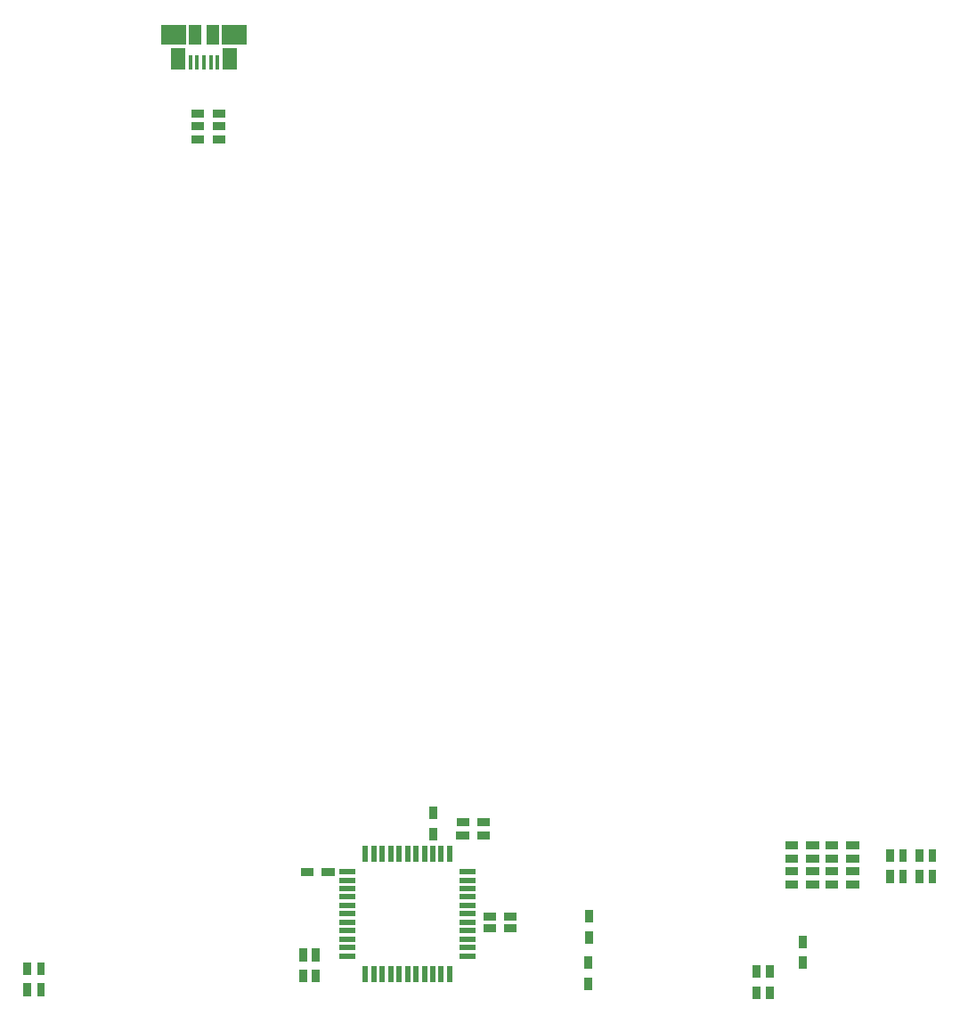
<source format=gbr>
G04 #@! TF.GenerationSoftware,KiCad,Pcbnew,(5.0.2)-1*
G04 #@! TF.CreationDate,2020-04-01T00:19:12+09:00*
G04 #@! TF.ProjectId,eckeyboard,65636b65-7962-46f6-9172-642e6b696361,rev?*
G04 #@! TF.SameCoordinates,Original*
G04 #@! TF.FileFunction,Paste,Bot*
G04 #@! TF.FilePolarity,Positive*
%FSLAX46Y46*%
G04 Gerber Fmt 4.6, Leading zero omitted, Abs format (unit mm)*
G04 Created by KiCad (PCBNEW (5.0.2)-1) date 2020/04/01 0:19:12*
%MOMM*%
%LPD*%
G01*
G04 APERTURE LIST*
%ADD10C,0.750000*%
%ADD11C,0.100000*%
%ADD12R,0.450000X1.380000*%
%ADD13R,1.475000X2.100000*%
%ADD14R,2.375000X1.900000*%
%ADD15R,1.175000X1.900000*%
%ADD16R,1.500000X0.550000*%
%ADD17R,0.550000X1.500000*%
G04 APERTURE END LIST*
D10*
G04 #@! TO.C,C11*
X126650000Y-127215207D03*
D11*
G36*
X126050000Y-127590207D02*
X126050000Y-126840207D01*
X127250000Y-126840207D01*
X127250000Y-127590207D01*
X126050000Y-127590207D01*
X126050000Y-127590207D01*
G37*
D10*
X124650000Y-127215207D03*
D11*
G36*
X124050000Y-127590207D02*
X124050000Y-126840207D01*
X125250000Y-126840207D01*
X125250000Y-127590207D01*
X124050000Y-127590207D01*
X124050000Y-127590207D01*
G37*
G04 #@! TD*
D10*
G04 #@! TO.C,C2*
X80700000Y-133050000D03*
D11*
G36*
X81075000Y-133650000D02*
X80325000Y-133650000D01*
X80325000Y-132450000D01*
X81075000Y-132450000D01*
X81075000Y-133650000D01*
X81075000Y-133650000D01*
G37*
D10*
X80700000Y-131050000D03*
D11*
G36*
X81075000Y-131650000D02*
X80325000Y-131650000D01*
X80325000Y-130450000D01*
X81075000Y-130450000D01*
X81075000Y-131650000D01*
X81075000Y-131650000D01*
G37*
G04 #@! TD*
D10*
G04 #@! TO.C,C3*
X106900000Y-131758348D03*
D11*
G36*
X106525000Y-131158348D02*
X107275000Y-131158348D01*
X107275000Y-132358348D01*
X106525000Y-132358348D01*
X106525000Y-131158348D01*
X106525000Y-131158348D01*
G37*
D10*
X106900000Y-129758348D03*
D11*
G36*
X106525000Y-129158348D02*
X107275000Y-129158348D01*
X107275000Y-130358348D01*
X106525000Y-130358348D01*
X106525000Y-129158348D01*
X106525000Y-129158348D01*
G37*
G04 #@! TD*
D10*
G04 #@! TO.C,C5*
X150050000Y-133350000D03*
D11*
G36*
X150425000Y-133950000D02*
X149675000Y-133950000D01*
X149675000Y-132750000D01*
X150425000Y-132750000D01*
X150425000Y-133950000D01*
X150425000Y-133950000D01*
G37*
D10*
X150050000Y-131350000D03*
D11*
G36*
X150425000Y-131950000D02*
X149675000Y-131950000D01*
X149675000Y-130750000D01*
X150425000Y-130750000D01*
X150425000Y-131950000D01*
X150425000Y-131950000D01*
G37*
G04 #@! TD*
D10*
G04 #@! TO.C,C6*
X163950000Y-122300000D03*
D11*
G36*
X163575000Y-121700000D02*
X164325000Y-121700000D01*
X164325000Y-122900000D01*
X163575000Y-122900000D01*
X163575000Y-121700000D01*
X163575000Y-121700000D01*
G37*
D10*
X163950000Y-120300000D03*
D11*
G36*
X163575000Y-119700000D02*
X164325000Y-119700000D01*
X164325000Y-120900000D01*
X163575000Y-120900000D01*
X163575000Y-119700000D01*
X163575000Y-119700000D01*
G37*
G04 #@! TD*
D10*
G04 #@! TO.C,C7*
X166750000Y-122300000D03*
D11*
G36*
X166375000Y-121700000D02*
X167125000Y-121700000D01*
X167125000Y-122900000D01*
X166375000Y-122900000D01*
X166375000Y-121700000D01*
X166375000Y-121700000D01*
G37*
D10*
X166750000Y-120300000D03*
D11*
G36*
X166375000Y-119700000D02*
X167125000Y-119700000D01*
X167125000Y-120900000D01*
X166375000Y-120900000D01*
X166375000Y-119700000D01*
X166375000Y-119700000D01*
G37*
G04 #@! TD*
D10*
G04 #@! TO.C,C8*
X134050000Y-132500000D03*
D11*
G36*
X134425000Y-133100000D02*
X133675000Y-133100000D01*
X133675000Y-131900000D01*
X134425000Y-131900000D01*
X134425000Y-133100000D01*
X134425000Y-133100000D01*
G37*
D10*
X134050000Y-130500000D03*
D11*
G36*
X134425000Y-131100000D02*
X133675000Y-131100000D01*
X133675000Y-129900000D01*
X134425000Y-129900000D01*
X134425000Y-131100000D01*
X134425000Y-131100000D01*
G37*
G04 #@! TD*
D10*
G04 #@! TO.C,C9*
X134100000Y-126100000D03*
D11*
G36*
X133725000Y-125500000D02*
X134475000Y-125500000D01*
X134475000Y-126700000D01*
X133725000Y-126700000D01*
X133725000Y-125500000D01*
X133725000Y-125500000D01*
G37*
D10*
X134100000Y-128100000D03*
D11*
G36*
X133725000Y-127500000D02*
X134475000Y-127500000D01*
X134475000Y-128700000D01*
X133725000Y-128700000D01*
X133725000Y-127500000D01*
X133725000Y-127500000D01*
G37*
G04 #@! TD*
D10*
G04 #@! TO.C,C10*
X119315063Y-118265207D03*
D11*
G36*
X119690063Y-118865207D02*
X118940063Y-118865207D01*
X118940063Y-117665207D01*
X119690063Y-117665207D01*
X119690063Y-118865207D01*
X119690063Y-118865207D01*
G37*
D10*
X119315063Y-116265207D03*
D11*
G36*
X119690063Y-116865207D02*
X118940063Y-116865207D01*
X118940063Y-115665207D01*
X119690063Y-115665207D01*
X119690063Y-116865207D01*
X119690063Y-116865207D01*
G37*
G04 #@! TD*
D10*
G04 #@! TO.C,C12*
X124650000Y-126115207D03*
D11*
G36*
X124050000Y-126490207D02*
X124050000Y-125740207D01*
X125250000Y-125740207D01*
X125250000Y-126490207D01*
X124050000Y-126490207D01*
X124050000Y-126490207D01*
G37*
D10*
X126650000Y-126115207D03*
D11*
G36*
X126050000Y-126490207D02*
X126050000Y-125740207D01*
X127250000Y-125740207D01*
X127250000Y-126490207D01*
X126050000Y-126490207D01*
X126050000Y-126490207D01*
G37*
G04 #@! TD*
D10*
G04 #@! TO.C,C13*
X124086416Y-118382178D03*
D11*
G36*
X124686416Y-118007178D02*
X124686416Y-118757178D01*
X123486416Y-118757178D01*
X123486416Y-118007178D01*
X124686416Y-118007178D01*
X124686416Y-118007178D01*
G37*
D10*
X122086416Y-118382178D03*
D11*
G36*
X122686416Y-118007178D02*
X122686416Y-118757178D01*
X121486416Y-118757178D01*
X121486416Y-118007178D01*
X122686416Y-118007178D01*
X122686416Y-118007178D01*
G37*
G04 #@! TD*
D10*
G04 #@! TO.C,C14*
X122101623Y-117117115D03*
D11*
G36*
X122701623Y-116742115D02*
X122701623Y-117492115D01*
X121501623Y-117492115D01*
X121501623Y-116742115D01*
X122701623Y-116742115D01*
X122701623Y-116742115D01*
G37*
D10*
X124101623Y-117117115D03*
D11*
G36*
X124701623Y-116742115D02*
X124701623Y-117492115D01*
X123501623Y-117492115D01*
X123501623Y-116742115D01*
X124701623Y-116742115D01*
X124701623Y-116742115D01*
G37*
G04 #@! TD*
D10*
G04 #@! TO.C,C15*
X96900000Y-51050000D03*
D11*
G36*
X96300000Y-51425000D02*
X96300000Y-50675000D01*
X97500000Y-50675000D01*
X97500000Y-51425000D01*
X96300000Y-51425000D01*
X96300000Y-51425000D01*
G37*
D10*
X98900000Y-51050000D03*
D11*
G36*
X98300000Y-51425000D02*
X98300000Y-50675000D01*
X99500000Y-50675000D01*
X99500000Y-51425000D01*
X98300000Y-51425000D01*
X98300000Y-51425000D01*
G37*
G04 #@! TD*
D10*
G04 #@! TO.C,C16*
X98900000Y-52250000D03*
D11*
G36*
X98300000Y-52625000D02*
X98300000Y-51875000D01*
X99500000Y-51875000D01*
X99500000Y-52625000D01*
X98300000Y-52625000D01*
X98300000Y-52625000D01*
G37*
D10*
X96900000Y-52250000D03*
D11*
G36*
X96300000Y-52625000D02*
X96300000Y-51875000D01*
X97500000Y-51875000D01*
X97500000Y-52625000D01*
X96300000Y-52625000D01*
X96300000Y-52625000D01*
G37*
G04 #@! TD*
D10*
G04 #@! TO.C,D2*
X159163040Y-121828168D03*
D11*
G36*
X159763040Y-121453168D02*
X159763040Y-122203168D01*
X158563040Y-122203168D01*
X158563040Y-121453168D01*
X159763040Y-121453168D01*
X159763040Y-121453168D01*
G37*
D10*
X157163040Y-121828168D03*
D11*
G36*
X157763040Y-121453168D02*
X157763040Y-122203168D01*
X156563040Y-122203168D01*
X156563040Y-121453168D01*
X157763040Y-121453168D01*
X157763040Y-121453168D01*
G37*
G04 #@! TD*
D10*
G04 #@! TO.C,D3*
X159163040Y-120578168D03*
D11*
G36*
X159763040Y-120203168D02*
X159763040Y-120953168D01*
X158563040Y-120953168D01*
X158563040Y-120203168D01*
X159763040Y-120203168D01*
X159763040Y-120203168D01*
G37*
D10*
X157163040Y-120578168D03*
D11*
G36*
X157763040Y-120203168D02*
X157763040Y-120953168D01*
X156563040Y-120953168D01*
X156563040Y-120203168D01*
X157763040Y-120203168D01*
X157763040Y-120203168D01*
G37*
G04 #@! TD*
D10*
G04 #@! TO.C,D4*
X157163040Y-119328168D03*
D11*
G36*
X157763040Y-118953168D02*
X157763040Y-119703168D01*
X156563040Y-119703168D01*
X156563040Y-118953168D01*
X157763040Y-118953168D01*
X157763040Y-118953168D01*
G37*
D10*
X159163040Y-119328168D03*
D11*
G36*
X159763040Y-118953168D02*
X159763040Y-119703168D01*
X158563040Y-119703168D01*
X158563040Y-118953168D01*
X159763040Y-118953168D01*
X159763040Y-118953168D01*
G37*
G04 #@! TD*
D10*
G04 #@! TO.C,D5*
X157163040Y-123078168D03*
D11*
G36*
X157763040Y-122703168D02*
X157763040Y-123453168D01*
X156563040Y-123453168D01*
X156563040Y-122703168D01*
X157763040Y-122703168D01*
X157763040Y-122703168D01*
G37*
D10*
X159163040Y-123078168D03*
D11*
G36*
X159763040Y-122703168D02*
X159763040Y-123453168D01*
X158563040Y-123453168D01*
X158563040Y-122703168D01*
X159763040Y-122703168D01*
X159763040Y-122703168D01*
G37*
G04 #@! TD*
D12*
G04 #@! TO.C,J2*
X96200000Y-44960000D03*
X96850000Y-44960000D03*
X97500000Y-44960000D03*
X98150000Y-44960000D03*
X98800000Y-44960000D03*
D13*
X95037500Y-44600000D03*
X99962500Y-44600000D03*
D14*
X94590000Y-42300000D03*
X100410000Y-42300000D03*
D15*
X96660000Y-42300000D03*
X98340000Y-42300000D03*
G04 #@! TD*
D16*
G04 #@! TO.C,U3*
X122550000Y-121850000D03*
X122550000Y-122650000D03*
X122550000Y-123450000D03*
X122550000Y-124250000D03*
X122550000Y-125050000D03*
X122550000Y-125850000D03*
X122550000Y-126650000D03*
X122550000Y-127450000D03*
X122550000Y-128250000D03*
X122550000Y-129050000D03*
X122550000Y-129850000D03*
D17*
X120850000Y-131550000D03*
X120050000Y-131550000D03*
X119250000Y-131550000D03*
X118450000Y-131550000D03*
X117650000Y-131550000D03*
X116850000Y-131550000D03*
X116050000Y-131550000D03*
X115250000Y-131550000D03*
X114450000Y-131550000D03*
X113650000Y-131550000D03*
X112850000Y-131550000D03*
D16*
X111150000Y-129850000D03*
X111150000Y-129050000D03*
X111150000Y-128250000D03*
X111150000Y-127450000D03*
X111150000Y-126650000D03*
X111150000Y-125850000D03*
X111150000Y-125050000D03*
X111150000Y-124250000D03*
X111150000Y-123450000D03*
X111150000Y-122650000D03*
X111150000Y-121850000D03*
D17*
X112850000Y-120150000D03*
X113650000Y-120150000D03*
X114450000Y-120150000D03*
X115250000Y-120150000D03*
X116050000Y-120150000D03*
X116850000Y-120150000D03*
X117650000Y-120150000D03*
X118450000Y-120150000D03*
X119250000Y-120150000D03*
X120050000Y-120150000D03*
X120850000Y-120150000D03*
G04 #@! TD*
D10*
G04 #@! TO.C,R17*
X155363040Y-121828168D03*
D11*
G36*
X154763040Y-122203168D02*
X154763040Y-121453168D01*
X155963040Y-121453168D01*
X155963040Y-122203168D01*
X154763040Y-122203168D01*
X154763040Y-122203168D01*
G37*
D10*
X153363040Y-121828168D03*
D11*
G36*
X152763040Y-122203168D02*
X152763040Y-121453168D01*
X153963040Y-121453168D01*
X153963040Y-122203168D01*
X152763040Y-122203168D01*
X152763040Y-122203168D01*
G37*
G04 #@! TD*
D10*
G04 #@! TO.C,R18*
X153363040Y-120578168D03*
D11*
G36*
X152763040Y-120953168D02*
X152763040Y-120203168D01*
X153963040Y-120203168D01*
X153963040Y-120953168D01*
X152763040Y-120953168D01*
X152763040Y-120953168D01*
G37*
D10*
X155363040Y-120578168D03*
D11*
G36*
X154763040Y-120953168D02*
X154763040Y-120203168D01*
X155963040Y-120203168D01*
X155963040Y-120953168D01*
X154763040Y-120953168D01*
X154763040Y-120953168D01*
G37*
G04 #@! TD*
D10*
G04 #@! TO.C,R19*
X153363040Y-119328168D03*
D11*
G36*
X152763040Y-119703168D02*
X152763040Y-118953168D01*
X153963040Y-118953168D01*
X153963040Y-119703168D01*
X152763040Y-119703168D01*
X152763040Y-119703168D01*
G37*
D10*
X155363040Y-119328168D03*
D11*
G36*
X154763040Y-119703168D02*
X154763040Y-118953168D01*
X155963040Y-118953168D01*
X155963040Y-119703168D01*
X154763040Y-119703168D01*
X154763040Y-119703168D01*
G37*
G04 #@! TD*
D10*
G04 #@! TO.C,R20*
X155363040Y-123078168D03*
D11*
G36*
X154763040Y-123453168D02*
X154763040Y-122703168D01*
X155963040Y-122703168D01*
X155963040Y-123453168D01*
X154763040Y-123453168D01*
X154763040Y-123453168D01*
G37*
D10*
X153363040Y-123078168D03*
D11*
G36*
X152763040Y-123453168D02*
X152763040Y-122703168D01*
X153963040Y-122703168D01*
X153963040Y-123453168D01*
X152763040Y-123453168D01*
X152763040Y-123453168D01*
G37*
G04 #@! TD*
D10*
G04 #@! TO.C,R9*
X82000000Y-133050000D03*
D11*
G36*
X82375000Y-133650000D02*
X81625000Y-133650000D01*
X81625000Y-132450000D01*
X82375000Y-132450000D01*
X82375000Y-133650000D01*
X82375000Y-133650000D01*
G37*
D10*
X82000000Y-131050000D03*
D11*
G36*
X82375000Y-131650000D02*
X81625000Y-131650000D01*
X81625000Y-130450000D01*
X82375000Y-130450000D01*
X82375000Y-131650000D01*
X82375000Y-131650000D01*
G37*
G04 #@! TD*
D10*
G04 #@! TO.C,R11*
X108100000Y-131758348D03*
D11*
G36*
X107725000Y-131158348D02*
X108475000Y-131158348D01*
X108475000Y-132358348D01*
X107725000Y-132358348D01*
X107725000Y-131158348D01*
X107725000Y-131158348D01*
G37*
D10*
X108100000Y-129758348D03*
D11*
G36*
X107725000Y-129158348D02*
X108475000Y-129158348D01*
X108475000Y-130358348D01*
X107725000Y-130358348D01*
X107725000Y-129158348D01*
X107725000Y-129158348D01*
G37*
G04 #@! TD*
D10*
G04 #@! TO.C,R13*
X151300000Y-131350000D03*
D11*
G36*
X151675000Y-131950000D02*
X150925000Y-131950000D01*
X150925000Y-130750000D01*
X151675000Y-130750000D01*
X151675000Y-131950000D01*
X151675000Y-131950000D01*
G37*
D10*
X151300000Y-133350000D03*
D11*
G36*
X151675000Y-133950000D02*
X150925000Y-133950000D01*
X150925000Y-132750000D01*
X151675000Y-132750000D01*
X151675000Y-133950000D01*
X151675000Y-133950000D01*
G37*
G04 #@! TD*
D10*
G04 #@! TO.C,R14*
X162750000Y-120300000D03*
D11*
G36*
X162375000Y-119700000D02*
X163125000Y-119700000D01*
X163125000Y-120900000D01*
X162375000Y-120900000D01*
X162375000Y-119700000D01*
X162375000Y-119700000D01*
G37*
D10*
X162750000Y-122300000D03*
D11*
G36*
X162375000Y-121700000D02*
X163125000Y-121700000D01*
X163125000Y-122900000D01*
X162375000Y-122900000D01*
X162375000Y-121700000D01*
X162375000Y-121700000D01*
G37*
G04 #@! TD*
D10*
G04 #@! TO.C,R15*
X165550000Y-122300000D03*
D11*
G36*
X165175000Y-121700000D02*
X165925000Y-121700000D01*
X165925000Y-122900000D01*
X165175000Y-122900000D01*
X165175000Y-121700000D01*
X165175000Y-121700000D01*
G37*
D10*
X165550000Y-120300000D03*
D11*
G36*
X165175000Y-119700000D02*
X165925000Y-119700000D01*
X165925000Y-120900000D01*
X165175000Y-120900000D01*
X165175000Y-119700000D01*
X165175000Y-119700000D01*
G37*
G04 #@! TD*
D10*
G04 #@! TO.C,R16*
X154400000Y-128500000D03*
D11*
G36*
X154025000Y-127900000D02*
X154775000Y-127900000D01*
X154775000Y-129100000D01*
X154025000Y-129100000D01*
X154025000Y-127900000D01*
X154025000Y-127900000D01*
G37*
D10*
X154400000Y-130500000D03*
D11*
G36*
X154025000Y-129900000D02*
X154775000Y-129900000D01*
X154775000Y-131100000D01*
X154025000Y-131100000D01*
X154025000Y-129900000D01*
X154025000Y-129900000D01*
G37*
G04 #@! TD*
D10*
G04 #@! TO.C,R21*
X107300000Y-121850000D03*
D11*
G36*
X107900000Y-121475000D02*
X107900000Y-122225000D01*
X106700000Y-122225000D01*
X106700000Y-121475000D01*
X107900000Y-121475000D01*
X107900000Y-121475000D01*
G37*
D10*
X109300000Y-121850000D03*
D11*
G36*
X109900000Y-121475000D02*
X109900000Y-122225000D01*
X108700000Y-122225000D01*
X108700000Y-121475000D01*
X109900000Y-121475000D01*
X109900000Y-121475000D01*
G37*
G04 #@! TD*
D10*
G04 #@! TO.C,R24*
X98900000Y-49850000D03*
D11*
G36*
X98300000Y-50225000D02*
X98300000Y-49475000D01*
X99500000Y-49475000D01*
X99500000Y-50225000D01*
X98300000Y-50225000D01*
X98300000Y-50225000D01*
G37*
D10*
X96900000Y-49850000D03*
D11*
G36*
X96300000Y-50225000D02*
X96300000Y-49475000D01*
X97500000Y-49475000D01*
X97500000Y-50225000D01*
X96300000Y-50225000D01*
X96300000Y-50225000D01*
G37*
G04 #@! TD*
M02*

</source>
